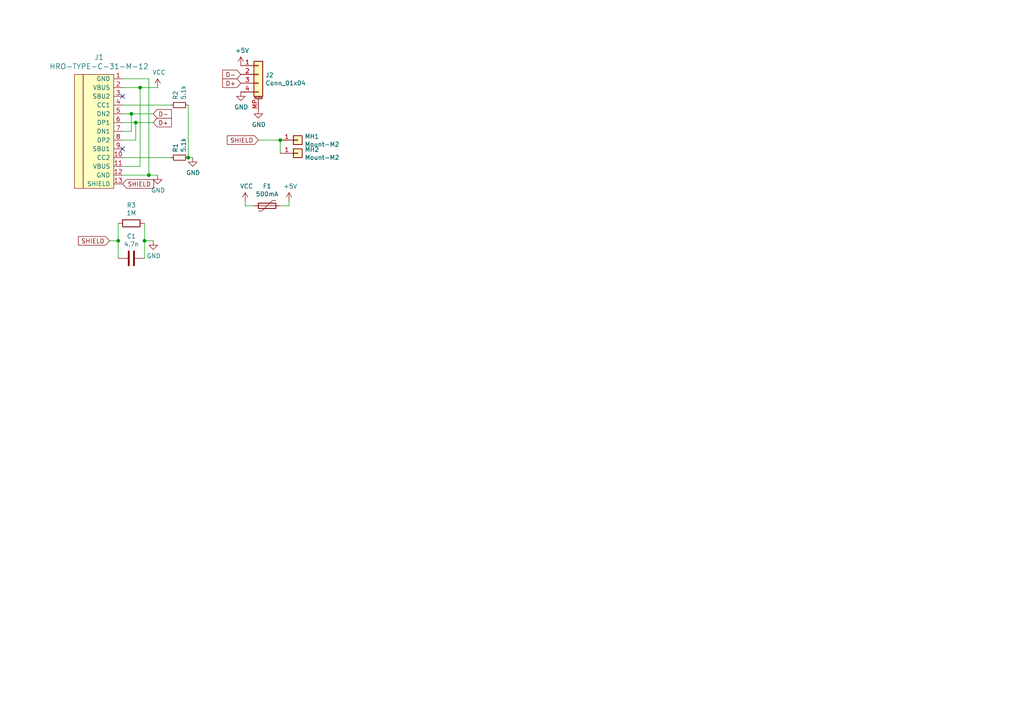
<source format=kicad_sch>
(kicad_sch (version 20211123) (generator eeschema)

  (uuid 0088d107-13d8-496c-8da6-7bbeb9d096b0)

  (paper "A4")

  (lib_symbols
    (symbol "Connector_Generic:Conn_01x01" (pin_names (offset 1.016) hide) (in_bom yes) (on_board yes)
      (property "Reference" "J" (id 0) (at 0 2.54 0)
        (effects (font (size 1.27 1.27)))
      )
      (property "Value" "Conn_01x01" (id 1) (at 0 -2.54 0)
        (effects (font (size 1.27 1.27)))
      )
      (property "Footprint" "" (id 2) (at 0 0 0)
        (effects (font (size 1.27 1.27)) hide)
      )
      (property "Datasheet" "~" (id 3) (at 0 0 0)
        (effects (font (size 1.27 1.27)) hide)
      )
      (property "ki_keywords" "connector" (id 4) (at 0 0 0)
        (effects (font (size 1.27 1.27)) hide)
      )
      (property "ki_description" "Generic connector, single row, 01x01, script generated (kicad-library-utils/schlib/autogen/connector/)" (id 5) (at 0 0 0)
        (effects (font (size 1.27 1.27)) hide)
      )
      (property "ki_fp_filters" "Connector*:*_1x??_*" (id 6) (at 0 0 0)
        (effects (font (size 1.27 1.27)) hide)
      )
      (symbol "Conn_01x01_1_1"
        (rectangle (start -1.27 0.127) (end 0 -0.127)
          (stroke (width 0.1524) (type default) (color 0 0 0 0))
          (fill (type none))
        )
        (rectangle (start -1.27 1.27) (end 1.27 -1.27)
          (stroke (width 0.254) (type default) (color 0 0 0 0))
          (fill (type background))
        )
        (pin passive line (at -5.08 0 0) (length 3.81)
          (name "Pin_1" (effects (font (size 1.27 1.27))))
          (number "1" (effects (font (size 1.27 1.27))))
        )
      )
    )
    (symbol "Device:C" (pin_numbers hide) (pin_names (offset 0.254)) (in_bom yes) (on_board yes)
      (property "Reference" "C" (id 0) (at 0.635 2.54 0)
        (effects (font (size 1.27 1.27)) (justify left))
      )
      (property "Value" "C" (id 1) (at 0.635 -2.54 0)
        (effects (font (size 1.27 1.27)) (justify left))
      )
      (property "Footprint" "" (id 2) (at 0.9652 -3.81 0)
        (effects (font (size 1.27 1.27)) hide)
      )
      (property "Datasheet" "~" (id 3) (at 0 0 0)
        (effects (font (size 1.27 1.27)) hide)
      )
      (property "ki_keywords" "cap capacitor" (id 4) (at 0 0 0)
        (effects (font (size 1.27 1.27)) hide)
      )
      (property "ki_description" "Unpolarized capacitor" (id 5) (at 0 0 0)
        (effects (font (size 1.27 1.27)) hide)
      )
      (property "ki_fp_filters" "C_*" (id 6) (at 0 0 0)
        (effects (font (size 1.27 1.27)) hide)
      )
      (symbol "C_0_1"
        (polyline
          (pts
            (xy -2.032 -0.762)
            (xy 2.032 -0.762)
          )
          (stroke (width 0.508) (type default) (color 0 0 0 0))
          (fill (type none))
        )
        (polyline
          (pts
            (xy -2.032 0.762)
            (xy 2.032 0.762)
          )
          (stroke (width 0.508) (type default) (color 0 0 0 0))
          (fill (type none))
        )
      )
      (symbol "C_1_1"
        (pin passive line (at 0 3.81 270) (length 2.794)
          (name "~" (effects (font (size 1.27 1.27))))
          (number "1" (effects (font (size 1.27 1.27))))
        )
        (pin passive line (at 0 -3.81 90) (length 2.794)
          (name "~" (effects (font (size 1.27 1.27))))
          (number "2" (effects (font (size 1.27 1.27))))
        )
      )
    )
    (symbol "Device:Polyfuse" (pin_numbers hide) (pin_names (offset 0)) (in_bom yes) (on_board yes)
      (property "Reference" "F" (id 0) (at -2.54 0 90)
        (effects (font (size 1.27 1.27)))
      )
      (property "Value" "Polyfuse" (id 1) (at 2.54 0 90)
        (effects (font (size 1.27 1.27)))
      )
      (property "Footprint" "" (id 2) (at 1.27 -5.08 0)
        (effects (font (size 1.27 1.27)) (justify left) hide)
      )
      (property "Datasheet" "~" (id 3) (at 0 0 0)
        (effects (font (size 1.27 1.27)) hide)
      )
      (property "ki_keywords" "resettable fuse PTC PPTC polyfuse polyswitch" (id 4) (at 0 0 0)
        (effects (font (size 1.27 1.27)) hide)
      )
      (property "ki_description" "Resettable fuse, polymeric positive temperature coefficient" (id 5) (at 0 0 0)
        (effects (font (size 1.27 1.27)) hide)
      )
      (property "ki_fp_filters" "*polyfuse* *PTC*" (id 6) (at 0 0 0)
        (effects (font (size 1.27 1.27)) hide)
      )
      (symbol "Polyfuse_0_1"
        (rectangle (start -0.762 2.54) (end 0.762 -2.54)
          (stroke (width 0.254) (type default) (color 0 0 0 0))
          (fill (type none))
        )
        (polyline
          (pts
            (xy 0 2.54)
            (xy 0 -2.54)
          )
          (stroke (width 0) (type default) (color 0 0 0 0))
          (fill (type none))
        )
        (polyline
          (pts
            (xy -1.524 2.54)
            (xy -1.524 1.524)
            (xy 1.524 -1.524)
            (xy 1.524 -2.54)
          )
          (stroke (width 0) (type default) (color 0 0 0 0))
          (fill (type none))
        )
      )
      (symbol "Polyfuse_1_1"
        (pin passive line (at 0 3.81 270) (length 1.27)
          (name "~" (effects (font (size 1.27 1.27))))
          (number "1" (effects (font (size 1.27 1.27))))
        )
        (pin passive line (at 0 -3.81 90) (length 1.27)
          (name "~" (effects (font (size 1.27 1.27))))
          (number "2" (effects (font (size 1.27 1.27))))
        )
      )
    )
    (symbol "Device:R" (pin_numbers hide) (pin_names (offset 0)) (in_bom yes) (on_board yes)
      (property "Reference" "R" (id 0) (at 2.032 0 90)
        (effects (font (size 1.27 1.27)))
      )
      (property "Value" "R" (id 1) (at 0 0 90)
        (effects (font (size 1.27 1.27)))
      )
      (property "Footprint" "" (id 2) (at -1.778 0 90)
        (effects (font (size 1.27 1.27)) hide)
      )
      (property "Datasheet" "~" (id 3) (at 0 0 0)
        (effects (font (size 1.27 1.27)) hide)
      )
      (property "ki_keywords" "R res resistor" (id 4) (at 0 0 0)
        (effects (font (size 1.27 1.27)) hide)
      )
      (property "ki_description" "Resistor" (id 5) (at 0 0 0)
        (effects (font (size 1.27 1.27)) hide)
      )
      (property "ki_fp_filters" "R_*" (id 6) (at 0 0 0)
        (effects (font (size 1.27 1.27)) hide)
      )
      (symbol "R_0_1"
        (rectangle (start -1.016 -2.54) (end 1.016 2.54)
          (stroke (width 0.254) (type default) (color 0 0 0 0))
          (fill (type none))
        )
      )
      (symbol "R_1_1"
        (pin passive line (at 0 3.81 270) (length 1.27)
          (name "~" (effects (font (size 1.27 1.27))))
          (number "1" (effects (font (size 1.27 1.27))))
        )
        (pin passive line (at 0 -3.81 90) (length 1.27)
          (name "~" (effects (font (size 1.27 1.27))))
          (number "2" (effects (font (size 1.27 1.27))))
        )
      )
    )
    (symbol "Device:R_Small" (pin_numbers hide) (pin_names (offset 0.254) hide) (in_bom yes) (on_board yes)
      (property "Reference" "R" (id 0) (at 0.762 0.508 0)
        (effects (font (size 1.27 1.27)) (justify left))
      )
      (property "Value" "R_Small" (id 1) (at 0.762 -1.016 0)
        (effects (font (size 1.27 1.27)) (justify left))
      )
      (property "Footprint" "" (id 2) (at 0 0 0)
        (effects (font (size 1.27 1.27)) hide)
      )
      (property "Datasheet" "~" (id 3) (at 0 0 0)
        (effects (font (size 1.27 1.27)) hide)
      )
      (property "ki_keywords" "R resistor" (id 4) (at 0 0 0)
        (effects (font (size 1.27 1.27)) hide)
      )
      (property "ki_description" "Resistor, small symbol" (id 5) (at 0 0 0)
        (effects (font (size 1.27 1.27)) hide)
      )
      (property "ki_fp_filters" "R_*" (id 6) (at 0 0 0)
        (effects (font (size 1.27 1.27)) hide)
      )
      (symbol "R_Small_0_1"
        (rectangle (start -0.762 1.778) (end 0.762 -1.778)
          (stroke (width 0.2032) (type default) (color 0 0 0 0))
          (fill (type none))
        )
      )
      (symbol "R_Small_1_1"
        (pin passive line (at 0 2.54 270) (length 0.762)
          (name "~" (effects (font (size 1.27 1.27))))
          (number "1" (effects (font (size 1.27 1.27))))
        )
        (pin passive line (at 0 -2.54 90) (length 0.762)
          (name "~" (effects (font (size 1.27 1.27))))
          (number "2" (effects (font (size 1.27 1.27))))
        )
      )
    )
    (symbol "Type-C:HRO-TYPE-C-31-M-12" (pin_names (offset 1.016)) (in_bom yes) (on_board yes)
      (property "Reference" "USB" (id 0) (at -5.08 16.51 0)
        (effects (font (size 1.524 1.524)))
      )
      (property "Value" "HRO-TYPE-C-31-M-12" (id 1) (at -10.16 -1.27 90)
        (effects (font (size 1.524 1.524)))
      )
      (property "Footprint" "" (id 2) (at 0 0 0)
        (effects (font (size 1.524 1.524)) hide)
      )
      (property "Datasheet" "" (id 3) (at 0 0 0)
        (effects (font (size 1.524 1.524)) hide)
      )
      (symbol "HRO-TYPE-C-31-M-12_0_1"
        (rectangle (start -11.43 15.24) (end -8.89 -17.78)
          (stroke (width 0) (type default) (color 0 0 0 0))
          (fill (type background))
        )
        (rectangle (start 0 -17.78) (end -8.89 15.24)
          (stroke (width 0) (type default) (color 0 0 0 0))
          (fill (type background))
        )
      )
      (symbol "HRO-TYPE-C-31-M-12_1_1"
        (pin input line (at 2.54 13.97 180) (length 2.54)
          (name "GND" (effects (font (size 1.27 1.27))))
          (number "1" (effects (font (size 1.27 1.27))))
        )
        (pin input line (at 2.54 -8.89 180) (length 2.54)
          (name "CC2" (effects (font (size 1.27 1.27))))
          (number "10" (effects (font (size 1.27 1.27))))
        )
        (pin input line (at 2.54 -11.43 180) (length 2.54)
          (name "VBUS" (effects (font (size 1.27 1.27))))
          (number "11" (effects (font (size 1.27 1.27))))
        )
        (pin input line (at 2.54 -13.97 180) (length 2.54)
          (name "GND" (effects (font (size 1.27 1.27))))
          (number "12" (effects (font (size 1.27 1.27))))
        )
        (pin input line (at 2.54 -16.51 180) (length 2.54)
          (name "SHIELD" (effects (font (size 1.27 1.27))))
          (number "13" (effects (font (size 1.27 1.27))))
        )
        (pin input line (at 2.54 11.43 180) (length 2.54)
          (name "VBUS" (effects (font (size 1.27 1.27))))
          (number "2" (effects (font (size 1.27 1.27))))
        )
        (pin input line (at 2.54 8.89 180) (length 2.54)
          (name "SBU2" (effects (font (size 1.27 1.27))))
          (number "3" (effects (font (size 1.27 1.27))))
        )
        (pin input line (at 2.54 6.35 180) (length 2.54)
          (name "CC1" (effects (font (size 1.27 1.27))))
          (number "4" (effects (font (size 1.27 1.27))))
        )
        (pin input line (at 2.54 3.81 180) (length 2.54)
          (name "DN2" (effects (font (size 1.27 1.27))))
          (number "5" (effects (font (size 1.27 1.27))))
        )
        (pin input line (at 2.54 1.27 180) (length 2.54)
          (name "DP1" (effects (font (size 1.27 1.27))))
          (number "6" (effects (font (size 1.27 1.27))))
        )
        (pin input line (at 2.54 -1.27 180) (length 2.54)
          (name "DN1" (effects (font (size 1.27 1.27))))
          (number "7" (effects (font (size 1.27 1.27))))
        )
        (pin input line (at 2.54 -3.81 180) (length 2.54)
          (name "DP2" (effects (font (size 1.27 1.27))))
          (number "8" (effects (font (size 1.27 1.27))))
        )
        (pin input line (at 2.54 -6.35 180) (length 2.54)
          (name "SBU1" (effects (font (size 1.27 1.27))))
          (number "9" (effects (font (size 1.27 1.27))))
        )
      )
    )
    (symbol "Unified-Daughterboard-rescue:Conn_01x04_MountingPin-Connector_Generic_MountingPin" (pin_names (offset 1.016) hide) (in_bom yes) (on_board yes)
      (property "Reference" "J" (id 0) (at 0 5.08 0)
        (effects (font (size 1.27 1.27)))
      )
      (property "Value" "Conn_01x04_MountingPin-Connector_Generic_MountingPin" (id 1) (at 1.27 -7.62 0)
        (effects (font (size 1.27 1.27)) (justify left))
      )
      (property "Footprint" "" (id 2) (at 0 0 0)
        (effects (font (size 1.27 1.27)) hide)
      )
      (property "Datasheet" "" (id 3) (at 0 0 0)
        (effects (font (size 1.27 1.27)) hide)
      )
      (property "ki_fp_filters" "Connector*:*_1x??-1MP*" (id 4) (at 0 0 0)
        (effects (font (size 1.27 1.27)) hide)
      )
      (symbol "Conn_01x04_MountingPin-Connector_Generic_MountingPin_1_1"
        (rectangle (start -1.27 -4.953) (end 0 -5.207)
          (stroke (width 0.1524) (type default) (color 0 0 0 0))
          (fill (type none))
        )
        (rectangle (start -1.27 -2.413) (end 0 -2.667)
          (stroke (width 0.1524) (type default) (color 0 0 0 0))
          (fill (type none))
        )
        (rectangle (start -1.27 0.127) (end 0 -0.127)
          (stroke (width 0.1524) (type default) (color 0 0 0 0))
          (fill (type none))
        )
        (rectangle (start -1.27 2.667) (end 0 2.413)
          (stroke (width 0.1524) (type default) (color 0 0 0 0))
          (fill (type none))
        )
        (rectangle (start -1.27 3.81) (end 1.27 -6.35)
          (stroke (width 0.254) (type default) (color 0 0 0 0))
          (fill (type background))
        )
        (polyline
          (pts
            (xy -1.016 -7.112)
            (xy 1.016 -7.112)
          )
          (stroke (width 0.1524) (type default) (color 0 0 0 0))
          (fill (type none))
        )
        (text "Mounting" (at 0 -6.731 0)
          (effects (font (size 0.381 0.381)))
        )
        (pin passive line (at -5.08 2.54 0) (length 3.81)
          (name "Pin_1" (effects (font (size 1.27 1.27))))
          (number "1" (effects (font (size 1.27 1.27))))
        )
        (pin passive line (at -5.08 0 0) (length 3.81)
          (name "Pin_2" (effects (font (size 1.27 1.27))))
          (number "2" (effects (font (size 1.27 1.27))))
        )
        (pin passive line (at -5.08 -2.54 0) (length 3.81)
          (name "Pin_3" (effects (font (size 1.27 1.27))))
          (number "3" (effects (font (size 1.27 1.27))))
        )
        (pin passive line (at -5.08 -5.08 0) (length 3.81)
          (name "Pin_4" (effects (font (size 1.27 1.27))))
          (number "4" (effects (font (size 1.27 1.27))))
        )
        (pin passive line (at 0 -10.16 90) (length 3.048)
          (name "MountPin" (effects (font (size 1.27 1.27))))
          (number "MP" (effects (font (size 1.27 1.27))))
        )
      )
    )
    (symbol "keeb_power:+5V" (power) (pin_names (offset 0)) (in_bom yes) (on_board yes)
      (property "Reference" "#PWR" (id 0) (at 0 -3.81 0)
        (effects (font (size 1.27 1.27)) hide)
      )
      (property "Value" "keeb_power_+5V" (id 1) (at 0 3.556 0)
        (effects (font (size 1.27 1.27)))
      )
      (property "Footprint" "" (id 2) (at 0 0 0)
        (effects (font (size 1.27 1.27)) hide)
      )
      (property "Datasheet" "" (id 3) (at 0 0 0)
        (effects (font (size 1.27 1.27)) hide)
      )
      (symbol "+5V_0_1"
        (polyline
          (pts
            (xy -0.762 1.27)
            (xy 0 2.54)
          )
          (stroke (width 0) (type default) (color 0 0 0 0))
          (fill (type none))
        )
        (polyline
          (pts
            (xy 0 0)
            (xy 0 2.54)
          )
          (stroke (width 0) (type default) (color 0 0 0 0))
          (fill (type none))
        )
        (polyline
          (pts
            (xy 0 2.54)
            (xy 0.762 1.27)
          )
          (stroke (width 0) (type default) (color 0 0 0 0))
          (fill (type none))
        )
      )
      (symbol "+5V_1_1"
        (pin power_in line (at 0 0 90) (length 0) hide
          (name "+5V" (effects (font (size 1.27 1.27))))
          (number "1" (effects (font (size 1.27 1.27))))
        )
      )
    )
    (symbol "power:GND" (power) (pin_names (offset 0)) (in_bom yes) (on_board yes)
      (property "Reference" "#PWR" (id 0) (at 0 -6.35 0)
        (effects (font (size 1.27 1.27)) hide)
      )
      (property "Value" "GND" (id 1) (at 0 -3.81 0)
        (effects (font (size 1.27 1.27)))
      )
      (property "Footprint" "" (id 2) (at 0 0 0)
        (effects (font (size 1.27 1.27)) hide)
      )
      (property "Datasheet" "" (id 3) (at 0 0 0)
        (effects (font (size 1.27 1.27)) hide)
      )
      (property "ki_keywords" "power-flag" (id 4) (at 0 0 0)
        (effects (font (size 1.27 1.27)) hide)
      )
      (property "ki_description" "Power symbol creates a global label with name \"GND\" , ground" (id 5) (at 0 0 0)
        (effects (font (size 1.27 1.27)) hide)
      )
      (symbol "GND_0_1"
        (polyline
          (pts
            (xy 0 0)
            (xy 0 -1.27)
            (xy 1.27 -1.27)
            (xy 0 -2.54)
            (xy -1.27 -1.27)
            (xy 0 -1.27)
          )
          (stroke (width 0) (type default) (color 0 0 0 0))
          (fill (type none))
        )
      )
      (symbol "GND_1_1"
        (pin power_in line (at 0 0 270) (length 0) hide
          (name "GND" (effects (font (size 1.27 1.27))))
          (number "1" (effects (font (size 1.27 1.27))))
        )
      )
    )
    (symbol "power:VCC" (power) (pin_names (offset 0)) (in_bom yes) (on_board yes)
      (property "Reference" "#PWR" (id 0) (at 0 -3.81 0)
        (effects (font (size 1.27 1.27)) hide)
      )
      (property "Value" "VCC" (id 1) (at 0 3.81 0)
        (effects (font (size 1.27 1.27)))
      )
      (property "Footprint" "" (id 2) (at 0 0 0)
        (effects (font (size 1.27 1.27)) hide)
      )
      (property "Datasheet" "" (id 3) (at 0 0 0)
        (effects (font (size 1.27 1.27)) hide)
      )
      (property "ki_keywords" "power-flag" (id 4) (at 0 0 0)
        (effects (font (size 1.27 1.27)) hide)
      )
      (property "ki_description" "Power symbol creates a global label with name \"VCC\"" (id 5) (at 0 0 0)
        (effects (font (size 1.27 1.27)) hide)
      )
      (symbol "VCC_0_1"
        (polyline
          (pts
            (xy -0.762 1.27)
            (xy 0 2.54)
          )
          (stroke (width 0) (type default) (color 0 0 0 0))
          (fill (type none))
        )
        (polyline
          (pts
            (xy 0 0)
            (xy 0 2.54)
          )
          (stroke (width 0) (type default) (color 0 0 0 0))
          (fill (type none))
        )
        (polyline
          (pts
            (xy 0 2.54)
            (xy 0.762 1.27)
          )
          (stroke (width 0) (type default) (color 0 0 0 0))
          (fill (type none))
        )
      )
      (symbol "VCC_1_1"
        (pin power_in line (at 0 0 90) (length 0) hide
          (name "VCC" (effects (font (size 1.27 1.27))))
          (number "1" (effects (font (size 1.27 1.27))))
        )
      )
    )
  )

  (junction (at 43.18 50.8) (diameter 0) (color 0 0 0 0)
    (uuid 0b21a65d-d20b-411e-920a-75c343ac5136)
  )
  (junction (at 38.1 33.02) (diameter 0) (color 0 0 0 0)
    (uuid 54365317-1355-4216-bb75-829375abc4ec)
  )
  (junction (at 54.61 45.72) (diameter 0) (color 0 0 0 0)
    (uuid 6c2e273e-743c-4f1e-a647-4171f8122550)
  )
  (junction (at 34.29 69.85) (diameter 0) (color 0 0 0 0)
    (uuid 746ba970-8279-4e7b-aed3-f28687777c21)
  )
  (junction (at 81.28 40.64) (diameter 0) (color 0 0 0 0)
    (uuid 749dfe75-c0d6-4872-9330-29c5bbcb8ff8)
  )
  (junction (at 40.64 25.4) (diameter 0) (color 0 0 0 0)
    (uuid 8174b4de-74b1-48db-ab8e-c8432251095b)
  )
  (junction (at 41.91 69.85) (diameter 0) (color 0 0 0 0)
    (uuid e615f7aa-337e-474d-9615-2ad82b1c44ca)
  )
  (junction (at 39.37 35.56) (diameter 0) (color 0 0 0 0)
    (uuid efeac2a2-7682-4dc7-83ee-f6f1b23da506)
  )

  (no_connect (at 35.56 27.94) (uuid 666713b0-70f4-42df-8761-f65bc212d03b))
  (no_connect (at 35.56 43.18) (uuid 7dc880bc-e7eb-4cce-8d8c-0b65a9dd788e))

  (wire (pts (xy 35.56 30.48) (xy 49.53 30.48))
    (stroke (width 0) (type default) (color 0 0 0 0))
    (uuid 03c52831-5dc5-43c5-a442-8d23643b46fb)
  )
  (wire (pts (xy 43.18 50.8) (xy 43.18 22.86))
    (stroke (width 0) (type default) (color 0 0 0 0))
    (uuid 0eaa98f0-9565-4637-ace3-42a5231b07f7)
  )
  (wire (pts (xy 43.18 22.86) (xy 35.56 22.86))
    (stroke (width 0) (type default) (color 0 0 0 0))
    (uuid 181abe7a-f941-42b6-bd46-aaa3131f90fb)
  )
  (wire (pts (xy 38.1 33.02) (xy 35.56 33.02))
    (stroke (width 0) (type default) (color 0 0 0 0))
    (uuid 1e1b062d-fad0-427c-a622-c5b8a80b5268)
  )
  (wire (pts (xy 54.61 30.48) (xy 54.61 45.72))
    (stroke (width 0) (type default) (color 0 0 0 0))
    (uuid 29e78086-2175-405e-9ba3-c48766d2f50c)
  )
  (wire (pts (xy 39.37 35.56) (xy 39.37 40.64))
    (stroke (width 0) (type default) (color 0 0 0 0))
    (uuid 30f15357-ce1d-48b9-93dc-7d9b1b2aa048)
  )
  (wire (pts (xy 35.56 38.1) (xy 38.1 38.1))
    (stroke (width 0) (type default) (color 0 0 0 0))
    (uuid 3b838d52-596d-4e4d-a6ac-e4c8e7621137)
  )
  (wire (pts (xy 81.28 59.69) (xy 83.82 59.69))
    (stroke (width 0) (type default) (color 0 0 0 0))
    (uuid 4515fcae-24fb-4e0d-af9c-772b2ddb3754)
  )
  (wire (pts (xy 41.91 69.85) (xy 41.91 74.93))
    (stroke (width 0) (type default) (color 0 0 0 0))
    (uuid 4fb02e58-160a-4a39-9f22-d0c75e82ee72)
  )
  (wire (pts (xy 71.12 59.69) (xy 71.12 58.42))
    (stroke (width 0) (type default) (color 0 0 0 0))
    (uuid 5528bcad-2950-4673-90eb-c37e6952c475)
  )
  (wire (pts (xy 35.56 25.4) (xy 40.64 25.4))
    (stroke (width 0) (type default) (color 0 0 0 0))
    (uuid 5fc27c35-3e1c-4f96-817c-93b5570858a6)
  )
  (wire (pts (xy 81.28 40.64) (xy 74.93 40.64))
    (stroke (width 0) (type default) (color 0 0 0 0))
    (uuid 66116376-6967-4178-9f23-a26cdeafc400)
  )
  (wire (pts (xy 40.64 48.26) (xy 35.56 48.26))
    (stroke (width 0) (type default) (color 0 0 0 0))
    (uuid 6a45789b-3855-401f-8139-3c734f7f52f9)
  )
  (wire (pts (xy 40.64 25.4) (xy 40.64 48.26))
    (stroke (width 0) (type default) (color 0 0 0 0))
    (uuid 6c9b793c-e74d-4754-a2c0-901e73b26f1c)
  )
  (wire (pts (xy 35.56 50.8) (xy 43.18 50.8))
    (stroke (width 0) (type default) (color 0 0 0 0))
    (uuid 704d6d51-bb34-4cbf-83d8-841e208048d8)
  )
  (wire (pts (xy 34.29 69.85) (xy 34.29 74.93))
    (stroke (width 0) (type default) (color 0 0 0 0))
    (uuid 71c31975-2c45-4d18-a25a-18e07a55d11e)
  )
  (wire (pts (xy 44.45 69.85) (xy 41.91 69.85))
    (stroke (width 0) (type default) (color 0 0 0 0))
    (uuid 77ed3941-d133-4aef-a9af-5a39322d14eb)
  )
  (wire (pts (xy 73.66 59.69) (xy 71.12 59.69))
    (stroke (width 0) (type default) (color 0 0 0 0))
    (uuid 7bbf981c-a063-4e30-8911-e4228e1c0743)
  )
  (wire (pts (xy 83.82 59.69) (xy 83.82 58.42))
    (stroke (width 0) (type default) (color 0 0 0 0))
    (uuid 80722c3d-b24b-4fed-b56f-0512f7cb4e97)
  )
  (wire (pts (xy 39.37 40.64) (xy 35.56 40.64))
    (stroke (width 0) (type default) (color 0 0 0 0))
    (uuid 87371631-aa02-498a-998a-09bdb74784c1)
  )
  (wire (pts (xy 49.53 45.72) (xy 35.56 45.72))
    (stroke (width 0) (type default) (color 0 0 0 0))
    (uuid a1823eb2-fb0d-4ed8-8b96-04184ac3a9d5)
  )
  (wire (pts (xy 38.1 33.02) (xy 44.45 33.02))
    (stroke (width 0) (type default) (color 0 0 0 0))
    (uuid ac264c30-3e9a-4be2-b97a-9949b68bd497)
  )
  (wire (pts (xy 39.37 35.56) (xy 44.45 35.56))
    (stroke (width 0) (type default) (color 0 0 0 0))
    (uuid c144caa5-b0d4-4cef-840a-d4ad178a2102)
  )
  (wire (pts (xy 34.29 64.77) (xy 34.29 69.85))
    (stroke (width 0) (type default) (color 0 0 0 0))
    (uuid c1d83899-e380-49f9-a87d-8e78bc089ebf)
  )
  (wire (pts (xy 38.1 38.1) (xy 38.1 33.02))
    (stroke (width 0) (type default) (color 0 0 0 0))
    (uuid cbdcaa78-3bbc-413f-91bf-2709119373ce)
  )
  (wire (pts (xy 35.56 35.56) (xy 39.37 35.56))
    (stroke (width 0) (type default) (color 0 0 0 0))
    (uuid d8603679-3e7b-4337-8dbc-1827f5f54d8a)
  )
  (wire (pts (xy 31.75 69.85) (xy 34.29 69.85))
    (stroke (width 0) (type default) (color 0 0 0 0))
    (uuid e10b5627-3247-4c86-b9f6-ef474ca11543)
  )
  (wire (pts (xy 54.61 45.72) (xy 55.88 45.72))
    (stroke (width 0) (type default) (color 0 0 0 0))
    (uuid e857610b-4434-4144-b04e-43c1ebdc5ceb)
  )
  (wire (pts (xy 41.91 64.77) (xy 41.91 69.85))
    (stroke (width 0) (type default) (color 0 0 0 0))
    (uuid e9bb29b2-2bb9-4ea2-acd9-2bb3ca677a12)
  )
  (wire (pts (xy 81.28 44.45) (xy 81.28 40.64))
    (stroke (width 0) (type default) (color 0 0 0 0))
    (uuid eb667eea-300e-4ca7-8a6f-4b00de80cd45)
  )
  (wire (pts (xy 40.64 25.4) (xy 45.72 25.4))
    (stroke (width 0) (type default) (color 0 0 0 0))
    (uuid fd470e95-4861-44fe-b1e4-6d8a7c66e144)
  )
  (wire (pts (xy 43.18 50.8) (xy 45.72 50.8))
    (stroke (width 0) (type default) (color 0 0 0 0))
    (uuid fe8d9267-7834-48d6-a191-c8724b2ee78d)
  )

  (global_label "D+" (shape input) (at 69.85 24.13 180) (fields_autoplaced)
    (effects (font (size 1.27 1.27)) (justify right))
    (uuid 0d0bb7b2-a6e5-46d2-9492-a1aa6e5a7b2f)
    (property "Intersheet References" "${INTERSHEET_REFS}" (id 0) (at 0 0 0)
      (effects (font (size 1.27 1.27)) hide)
    )
  )
  (global_label "D-" (shape input) (at 44.45 33.02 0) (fields_autoplaced)
    (effects (font (size 1.27 1.27)) (justify left))
    (uuid 2e642b3e-a476-4c54-9a52-dcea955640cd)
    (property "Intersheet References" "${INTERSHEET_REFS}" (id 0) (at 0 0 0)
      (effects (font (size 1.27 1.27)) hide)
    )
  )
  (global_label "SHIELD" (shape input) (at 35.56 53.34 0) (fields_autoplaced)
    (effects (font (size 1.27 1.27)) (justify left))
    (uuid 3cd1bda0-18db-417d-b581-a0c50623df68)
    (property "Intersheet References" "${INTERSHEET_REFS}" (id 0) (at 0 0 0)
      (effects (font (size 1.27 1.27)) hide)
    )
  )
  (global_label "SHIELD" (shape input) (at 31.75 69.85 180) (fields_autoplaced)
    (effects (font (size 1.27 1.27)) (justify right))
    (uuid 6a955fc7-39d9-4c75-9a69-676ca8c0b9b2)
    (property "Intersheet References" "${INTERSHEET_REFS}" (id 0) (at 0 0 0)
      (effects (font (size 1.27 1.27)) hide)
    )
  )
  (global_label "D+" (shape input) (at 44.45 35.56 0) (fields_autoplaced)
    (effects (font (size 1.27 1.27)) (justify left))
    (uuid a3e4f0ae-9f86-49e9-b386-ed8b42e012fb)
    (property "Intersheet References" "${INTERSHEET_REFS}" (id 0) (at 0 0 0)
      (effects (font (size 1.27 1.27)) hide)
    )
  )
  (global_label "D-" (shape input) (at 69.85 21.59 180) (fields_autoplaced)
    (effects (font (size 1.27 1.27)) (justify right))
    (uuid d1262c4d-2245-4c4f-8f35-7bb32cd9e21e)
    (property "Intersheet References" "${INTERSHEET_REFS}" (id 0) (at 0 0 0)
      (effects (font (size 1.27 1.27)) hide)
    )
  )
  (global_label "SHIELD" (shape input) (at 74.93 40.64 180) (fields_autoplaced)
    (effects (font (size 1.27 1.27)) (justify right))
    (uuid ef8fe2ac-6a7f-4682-9418-b801a1b10a3b)
    (property "Intersheet References" "${INTERSHEET_REFS}" (id 0) (at 0 0 0)
      (effects (font (size 1.27 1.27)) hide)
    )
  )

  (symbol (lib_id "Type-C:HRO-TYPE-C-31-M-12") (at 33.02 36.83 0) (unit 1)
    (in_bom yes) (on_board yes)
    (uuid 00000000-0000-0000-0000-00005c91af59)
    (property "Reference" "J1" (id 0) (at 28.7274 16.5862 0)
      (effects (font (size 1.524 1.524)))
    )
    (property "Value" "HRO-TYPE-C-31-M-12" (id 1) (at 28.7274 19.2786 0)
      (effects (font (size 1.524 1.524)))
    )
    (property "Footprint" "Type-C:HRO-TYPE-C-31-M-12-jlc" (id 2) (at 33.02 36.83 0)
      (effects (font (size 1.524 1.524)) hide)
    )
    (property "Datasheet" "" (id 3) (at 33.02 36.83 0)
      (effects (font (size 1.524 1.524)) hide)
    )
    (property "LCSC" "C165948" (id 4) (at 33.02 36.83 0)
      (effects (font (size 1.27 1.27)) hide)
    )
    (property "JLCPCB_CORRECTION" "0;0;180" (id 5) (at 33.02 36.83 0)
      (effects (font (size 1.27 1.27)) hide)
    )
    (pin "1" (uuid 48d89c03-30c5-4247-9f09-e5815e67ff2b))
    (pin "10" (uuid 28421461-6adf-41fd-964d-e3daa138569c))
    (pin "11" (uuid 2916c681-bfa2-4bb8-8f3d-d4ebc05285f9))
    (pin "12" (uuid e32fd503-5f22-4a14-9945-44030953c511))
    (pin "13" (uuid 9fc75f49-8744-4a22-be9e-3025553c6c34))
    (pin "2" (uuid 0dd704b0-72b4-4a64-b5c8-f89e223e705f))
    (pin "3" (uuid 290443a6-014d-4d23-88d9-9f3f579fa6c2))
    (pin "4" (uuid caa8a0de-be6e-4a4c-8eca-3c9184be280c))
    (pin "5" (uuid 7f41c1dd-e847-4688-b4ac-e3e9d8568a4a))
    (pin "6" (uuid e988836e-d900-40e3-9586-2e129e13a52b))
    (pin "7" (uuid 799c8b1d-b563-48cf-be71-a7d5702942ec))
    (pin "8" (uuid 680e961d-8d71-438e-96c6-8c4d546e4f35))
    (pin "9" (uuid 84a5ce41-a421-40fb-b8e7-42bfc3b7b203))
  )

  (symbol (lib_id "Unified-Daughterboard-rescue:Conn_01x04_MountingPin-Connector_Generic_MountingPin") (at 74.93 21.59 0) (unit 1)
    (in_bom yes) (on_board yes)
    (uuid 00000000-0000-0000-0000-00005c91afcb)
    (property "Reference" "J2" (id 0) (at 76.962 21.7932 0)
      (effects (font (size 1.27 1.27)) (justify left))
    )
    (property "Value" "Conn_01x04" (id 1) (at 76.962 24.1046 0)
      (effects (font (size 1.27 1.27)) (justify left))
    )
    (property "Footprint" "random-keyboard-parts:JST-SR-4" (id 2) (at 74.93 21.59 0)
      (effects (font (size 1.27 1.27)) hide)
    )
    (property "Datasheet" "~" (id 3) (at 74.93 21.59 0)
      (effects (font (size 1.27 1.27)) hide)
    )
    (pin "1" (uuid 1f33d72b-5bb0-44dc-9ded-e4161c0499df))
    (pin "2" (uuid 00860e26-7517-4b0b-8574-a666d9919b18))
    (pin "3" (uuid f015ee9d-bb2a-46a0-bbc6-b0e95458c7f6))
    (pin "4" (uuid bd86cfc3-bdb1-4b21-95d4-5729326f1cc3))
    (pin "MP" (uuid c3724dd2-9a6d-4b01-9126-0c91c4d310d0))
  )

  (symbol (lib_id "Device:R_Small") (at 52.07 45.72 90) (unit 1)
    (in_bom yes) (on_board yes)
    (uuid 00000000-0000-0000-0000-00005c91b042)
    (property "Reference" "R1" (id 0) (at 50.9016 44.2214 0)
      (effects (font (size 1.27 1.27)) (justify left))
    )
    (property "Value" "5.1k" (id 1) (at 53.213 44.2214 0)
      (effects (font (size 1.27 1.27)) (justify left))
    )
    (property "Footprint" "Resistor_SMD:R_0603_1608Metric" (id 2) (at 52.07 45.72 0)
      (effects (font (size 1.27 1.27)) hide)
    )
    (property "Datasheet" "~" (id 3) (at 52.07 45.72 0)
      (effects (font (size 1.27 1.27)) hide)
    )
    (property "LCSC" "C23186" (id 4) (at 52.07 45.72 0)
      (effects (font (size 1.27 1.27)) hide)
    )
    (pin "1" (uuid 6e3bb8a3-5070-4b2e-9bf9-e1d51812ba69))
    (pin "2" (uuid 645a28f1-3e2a-4150-bddf-74a42d332667))
  )

  (symbol (lib_id "Device:R_Small") (at 52.07 30.48 90) (unit 1)
    (in_bom yes) (on_board yes)
    (uuid 00000000-0000-0000-0000-00005c91b0d9)
    (property "Reference" "R2" (id 0) (at 50.9016 28.9814 0)
      (effects (font (size 1.27 1.27)) (justify left))
    )
    (property "Value" "5.1k" (id 1) (at 53.213 28.9814 0)
      (effects (font (size 1.27 1.27)) (justify left))
    )
    (property "Footprint" "Resistor_SMD:R_0603_1608Metric" (id 2) (at 52.07 30.48 0)
      (effects (font (size 1.27 1.27)) hide)
    )
    (property "Datasheet" "~" (id 3) (at 52.07 30.48 0)
      (effects (font (size 1.27 1.27)) hide)
    )
    (property "LCSC" "C23186" (id 4) (at 52.07 30.48 0)
      (effects (font (size 1.27 1.27)) hide)
    )
    (pin "1" (uuid 01c4ca08-8a4f-4fcc-ac99-649d9d9accf3))
    (pin "2" (uuid 068b83e0-5faa-4e79-be18-95a19abb1438))
  )

  (symbol (lib_id "power:GND") (at 69.85 26.67 0) (unit 1)
    (in_bom yes) (on_board yes)
    (uuid 00000000-0000-0000-0000-00005c91e0ce)
    (property "Reference" "#PWR0104" (id 0) (at 69.85 33.02 0)
      (effects (font (size 1.27 1.27)) hide)
    )
    (property "Value" "GND" (id 1) (at 69.977 31.0642 0))
    (property "Footprint" "" (id 2) (at 69.85 26.67 0)
      (effects (font (size 1.27 1.27)) hide)
    )
    (property "Datasheet" "" (id 3) (at 69.85 26.67 0)
      (effects (font (size 1.27 1.27)) hide)
    )
    (pin "1" (uuid a51192ef-41e3-480e-87ba-c5491791036a))
  )

  (symbol (lib_id "Connector_Generic:Conn_01x01") (at 86.36 40.64 0) (unit 1)
    (in_bom yes) (on_board yes)
    (uuid 00000000-0000-0000-0000-00005c91ec0e)
    (property "Reference" "MH1" (id 0) (at 88.3666 39.5732 0)
      (effects (font (size 1.27 1.27)) (justify left))
    )
    (property "Value" "Mount-M2" (id 1) (at 88.3666 41.8846 0)
      (effects (font (size 1.27 1.27)) (justify left))
    )
    (property "Footprint" "MountingHole:MountingHole_3.2mm_M3_Pad_Via" (id 2) (at 86.36 40.64 0)
      (effects (font (size 1.27 1.27)) hide)
    )
    (property "Datasheet" "~" (id 3) (at 86.36 40.64 0)
      (effects (font (size 1.27 1.27)) hide)
    )
    (pin "1" (uuid ba71da41-3466-46af-bca6-1b7f1376135d))
  )

  (symbol (lib_id "Connector_Generic:Conn_01x01") (at 86.36 44.45 0) (unit 1)
    (in_bom yes) (on_board yes)
    (uuid 00000000-0000-0000-0000-00005c91ec94)
    (property "Reference" "MH2" (id 0) (at 88.3666 43.3832 0)
      (effects (font (size 1.27 1.27)) (justify left))
    )
    (property "Value" "Mount-M2" (id 1) (at 88.3666 45.6946 0)
      (effects (font (size 1.27 1.27)) (justify left))
    )
    (property "Footprint" "MountingHole:MountingHole_3.2mm_M3_Pad_Via" (id 2) (at 86.36 44.45 0)
      (effects (font (size 1.27 1.27)) hide)
    )
    (property "Datasheet" "~" (id 3) (at 86.36 44.45 0)
      (effects (font (size 1.27 1.27)) hide)
    )
    (pin "1" (uuid 6bef531e-478d-45cd-85d5-9ddd3f6c8130))
  )

  (symbol (lib_id "Device:R") (at 38.1 64.77 270) (unit 1)
    (in_bom yes) (on_board yes)
    (uuid 00000000-0000-0000-0000-00005fa116cb)
    (property "Reference" "R3" (id 0) (at 38.1 59.5122 90))
    (property "Value" "1M" (id 1) (at 38.1 61.8236 90))
    (property "Footprint" "Resistor_SMD:R_0805_2012Metric" (id 2) (at 38.1 62.992 90)
      (effects (font (size 1.27 1.27)) hide)
    )
    (property "Datasheet" "~" (id 3) (at 38.1 64.77 0)
      (effects (font (size 1.27 1.27)) hide)
    )
    (property "LCSC" "C17514" (id 4) (at 38.1 64.77 0)
      (effects (font (size 1.27 1.27)) hide)
    )
    (pin "1" (uuid 874f28e9-011c-419b-904e-7bad66f3daac))
    (pin "2" (uuid 32e20606-a2e0-489c-a5b3-2c524af49a99))
  )

  (symbol (lib_id "Device:C") (at 38.1 74.93 270) (unit 1)
    (in_bom yes) (on_board yes)
    (uuid 00000000-0000-0000-0000-00005fa11ba2)
    (property "Reference" "C1" (id 0) (at 38.1 68.5292 90))
    (property "Value" "4.7n" (id 1) (at 38.1 70.8406 90))
    (property "Footprint" "Capacitor_SMD:C_0603_1608Metric" (id 2) (at 34.29 75.8952 0)
      (effects (font (size 1.27 1.27)) hide)
    )
    (property "Datasheet" "~" (id 3) (at 38.1 74.93 0)
      (effects (font (size 1.27 1.27)) hide)
    )
    (property "LCSC" "C53987" (id 4) (at 38.1 74.93 0)
      (effects (font (size 1.27 1.27)) hide)
    )
    (pin "1" (uuid 64c36b11-4a45-4e56-87d4-d1fbb687a7dc))
    (pin "2" (uuid c14d60ea-0c96-4796-81ea-768fbf594beb))
  )

  (symbol (lib_id "power:GND") (at 44.45 69.85 0) (unit 1)
    (in_bom yes) (on_board yes)
    (uuid 00000000-0000-0000-0000-00005fa1f4a9)
    (property "Reference" "#PWR0106" (id 0) (at 44.45 76.2 0)
      (effects (font (size 1.27 1.27)) hide)
    )
    (property "Value" "GND" (id 1) (at 44.577 74.2442 0))
    (property "Footprint" "" (id 2) (at 44.45 69.85 0)
      (effects (font (size 1.27 1.27)) hide)
    )
    (property "Datasheet" "" (id 3) (at 44.45 69.85 0)
      (effects (font (size 1.27 1.27)) hide)
    )
    (pin "1" (uuid 8f4c3a00-76f4-4c25-b09e-e3dbef7c09cf))
  )

  (symbol (lib_id "power:GND") (at 74.93 31.75 0) (unit 1)
    (in_bom yes) (on_board yes)
    (uuid 00000000-0000-0000-0000-00005fa5066e)
    (property "Reference" "#PWR0107" (id 0) (at 74.93 38.1 0)
      (effects (font (size 1.27 1.27)) hide)
    )
    (property "Value" "GND" (id 1) (at 75.057 36.1442 0))
    (property "Footprint" "" (id 2) (at 74.93 31.75 0)
      (effects (font (size 1.27 1.27)) hide)
    )
    (property "Datasheet" "" (id 3) (at 74.93 31.75 0)
      (effects (font (size 1.27 1.27)) hide)
    )
    (pin "1" (uuid 169a48dc-bc7c-4c0c-b381-b1e5e6bece4f))
  )

  (symbol (lib_id "power:VCC") (at 45.72 25.4 0) (unit 1)
    (in_bom yes) (on_board yes)
    (uuid 00000000-0000-0000-0000-00005fa6064c)
    (property "Reference" "#PWR0101" (id 0) (at 45.72 29.21 0)
      (effects (font (size 1.27 1.27)) hide)
    )
    (property "Value" "VCC" (id 1) (at 46.101 21.0058 0))
    (property "Footprint" "" (id 2) (at 45.72 25.4 0)
      (effects (font (size 1.27 1.27)) hide)
    )
    (property "Datasheet" "" (id 3) (at 45.72 25.4 0)
      (effects (font (size 1.27 1.27)) hide)
    )
    (pin "1" (uuid f31ec58d-dd87-4f5c-a480-4d2cb97702c4))
  )

  (symbol (lib_id "power:GND") (at 45.72 50.8 0) (unit 1)
    (in_bom yes) (on_board yes)
    (uuid 00000000-0000-0000-0000-00005fa62ff0)
    (property "Reference" "#PWR0102" (id 0) (at 45.72 57.15 0)
      (effects (font (size 1.27 1.27)) hide)
    )
    (property "Value" "GND" (id 1) (at 45.847 55.1942 0))
    (property "Footprint" "" (id 2) (at 45.72 50.8 0)
      (effects (font (size 1.27 1.27)) hide)
    )
    (property "Datasheet" "" (id 3) (at 45.72 50.8 0)
      (effects (font (size 1.27 1.27)) hide)
    )
    (pin "1" (uuid 886b838a-bf9b-414b-830a-a6758fc232bd))
  )

  (symbol (lib_id "power:GND") (at 55.88 45.72 0) (unit 1)
    (in_bom yes) (on_board yes)
    (uuid 00000000-0000-0000-0000-00005fa70966)
    (property "Reference" "#PWR0105" (id 0) (at 55.88 52.07 0)
      (effects (font (size 1.27 1.27)) hide)
    )
    (property "Value" "GND" (id 1) (at 56.007 50.1142 0))
    (property "Footprint" "" (id 2) (at 55.88 45.72 0)
      (effects (font (size 1.27 1.27)) hide)
    )
    (property "Datasheet" "" (id 3) (at 55.88 45.72 0)
      (effects (font (size 1.27 1.27)) hide)
    )
    (pin "1" (uuid d086da3a-9c71-46f3-a0b4-5777c45f4196))
  )

  (symbol (lib_id "Device:Polyfuse") (at 77.47 59.69 270) (unit 1)
    (in_bom yes) (on_board yes)
    (uuid 00000000-0000-0000-0000-000061e74dfe)
    (property "Reference" "F1" (id 0) (at 77.47 53.975 90))
    (property "Value" "500mA" (id 1) (at 77.47 56.2864 90))
    (property "Footprint" "Fuse:Fuse_1206_3216Metric" (id 2) (at 72.39 60.96 0)
      (effects (font (size 1.27 1.27)) (justify left) hide)
    )
    (property "Datasheet" "~" (id 3) (at 77.47 59.69 0)
      (effects (font (size 1.27 1.27)) hide)
    )
    (pin "1" (uuid 01396b2c-09c2-4a0f-a22f-2fa71038a517))
    (pin "2" (uuid 2558d062-08ed-420a-a8d2-37fcc9f999bf))
  )

  (symbol (lib_id "power:VCC") (at 71.12 58.42 0) (unit 1)
    (in_bom yes) (on_board yes)
    (uuid 00000000-0000-0000-0000-000061e76fed)
    (property "Reference" "#PWR0103" (id 0) (at 71.12 62.23 0)
      (effects (font (size 1.27 1.27)) hide)
    )
    (property "Value" "VCC" (id 1) (at 71.501 54.0258 0))
    (property "Footprint" "" (id 2) (at 71.12 58.42 0)
      (effects (font (size 1.27 1.27)) hide)
    )
    (property "Datasheet" "" (id 3) (at 71.12 58.42 0)
      (effects (font (size 1.27 1.27)) hide)
    )
    (pin "1" (uuid 2d7e5896-4849-4977-aeac-0aeaf429569a))
  )

  (symbol (lib_id "keeb_power:+5V") (at 83.82 58.42 0) (unit 1)
    (in_bom yes) (on_board yes)
    (uuid 00000000-0000-0000-0000-000061e775ee)
    (property "Reference" "#PWR0109" (id 0) (at 83.82 62.23 0)
      (effects (font (size 1.27 1.27)) hide)
    )
    (property "Value" "+5V" (id 1) (at 84.201 54.0258 0))
    (property "Footprint" "" (id 2) (at 83.82 58.42 0)
      (effects (font (size 1.27 1.27)) hide)
    )
    (property "Datasheet" "" (id 3) (at 83.82 58.42 0)
      (effects (font (size 1.27 1.27)) hide)
    )
    (pin "1" (uuid f6761098-7220-4566-8546-c9b87393a26c))
  )

  (symbol (lib_id "keeb_power:+5V") (at 69.85 19.05 0) (unit 1)
    (in_bom yes) (on_board yes)
    (uuid 4170b0eb-5ccf-450b-84b5-481e5619e4f8)
    (property "Reference" "#PWR0108" (id 0) (at 69.85 22.86 0)
      (effects (font (size 1.27 1.27)) hide)
    )
    (property "Value" "+5V" (id 1) (at 70.231 14.6558 0))
    (property "Footprint" "" (id 2) (at 69.85 19.05 0)
      (effects (font (size 1.27 1.27)) hide)
    )
    (property "Datasheet" "" (id 3) (at 69.85 19.05 0)
      (effects (font (size 1.27 1.27)) hide)
    )
    (pin "1" (uuid 9ab3492b-45da-46c1-a759-3ad9aa758635))
  )

  (sheet_instances
    (path "/" (page "1"))
  )

  (symbol_instances
    (path "/00000000-0000-0000-0000-00005fa6064c"
      (reference "#PWR0101") (unit 1) (value "VCC") (footprint "")
    )
    (path "/00000000-0000-0000-0000-00005fa62ff0"
      (reference "#PWR0102") (unit 1) (value "GND") (footprint "")
    )
    (path "/00000000-0000-0000-0000-000061e76fed"
      (reference "#PWR0103") (unit 1) (value "VCC") (footprint "")
    )
    (path "/00000000-0000-0000-0000-00005c91e0ce"
      (reference "#PWR0104") (unit 1) (value "GND") (footprint "")
    )
    (path "/00000000-0000-0000-0000-00005fa70966"
      (reference "#PWR0105") (unit 1) (value "GND") (footprint "")
    )
    (path "/00000000-0000-0000-0000-00005fa1f4a9"
      (reference "#PWR0106") (unit 1) (value "GND") (footprint "")
    )
    (path "/00000000-0000-0000-0000-00005fa5066e"
      (reference "#PWR0107") (unit 1) (value "GND") (footprint "")
    )
    (path "/4170b0eb-5ccf-450b-84b5-481e5619e4f8"
      (reference "#PWR0108") (unit 1) (value "+5V") (footprint "")
    )
    (path "/00000000-0000-0000-0000-000061e775ee"
      (reference "#PWR0109") (unit 1) (value "+5V") (footprint "")
    )
    (path "/00000000-0000-0000-0000-00005fa11ba2"
      (reference "C1") (unit 1) (value "4.7n") (footprint "Capacitor_SMD:C_0603_1608Metric")
    )
    (path "/00000000-0000-0000-0000-000061e74dfe"
      (reference "F1") (unit 1) (value "500mA") (footprint "Fuse:Fuse_1206_3216Metric")
    )
    (path "/00000000-0000-0000-0000-00005c91af59"
      (reference "J1") (unit 1) (value "HRO-TYPE-C-31-M-12") (footprint "Type-C:HRO-TYPE-C-31-M-12-jlc")
    )
    (path "/00000000-0000-0000-0000-00005c91afcb"
      (reference "J2") (unit 1) (value "Conn_01x04") (footprint "random-keyboard-parts:JST-SR-4")
    )
    (path "/00000000-0000-0000-0000-00005c91ec0e"
      (reference "MH1") (unit 1) (value "Mount-M2") (footprint "MountingHole:MountingHole_3.2mm_M3_Pad_Via")
    )
    (path "/00000000-0000-0000-0000-00005c91ec94"
      (reference "MH2") (unit 1) (value "Mount-M2") (footprint "MountingHole:MountingHole_3.2mm_M3_Pad_Via")
    )
    (path "/00000000-0000-0000-0000-00005c91b042"
      (reference "R1") (unit 1) (value "5.1k") (footprint "Resistor_SMD:R_0603_1608Metric")
    )
    (path "/00000000-0000-0000-0000-00005c91b0d9"
      (reference "R2") (unit 1) (value "5.1k") (footprint "Resistor_SMD:R_0603_1608Metric")
    )
    (path "/00000000-0000-0000-0000-00005fa116cb"
      (reference "R3") (unit 1) (value "1M") (footprint "Resistor_SMD:R_0805_2012Metric")
    )
  )
)

</source>
